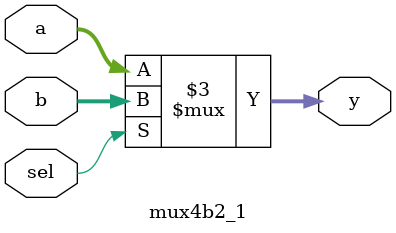
<source format=v>
module mux4b2_1 (
    input [3:0] a,
    input [3:0] b,
    input sel,
    output reg [3:0] y
);

    always @(*) begin
        if (sel)
            y <= b;
        else
            y <= a;
    end

endmodule //mux4b2_1
</source>
